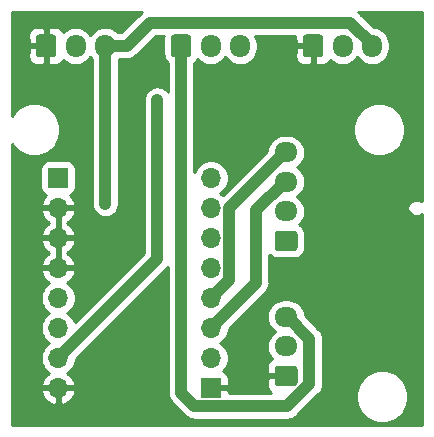
<source format=gbr>
G04 #@! TF.GenerationSoftware,KiCad,Pcbnew,(5.1.12)-1*
G04 #@! TF.CreationDate,2021-12-28T16:54:34-05:00*
G04 #@! TF.ProjectId,FlipDisplay-Motor,466c6970-4469-4737-906c-61792d4d6f74,rev?*
G04 #@! TF.SameCoordinates,Original*
G04 #@! TF.FileFunction,Copper,L2,Bot*
G04 #@! TF.FilePolarity,Positive*
%FSLAX46Y46*%
G04 Gerber Fmt 4.6, Leading zero omitted, Abs format (unit mm)*
G04 Created by KiCad (PCBNEW (5.1.12)-1) date 2021-12-28 16:54:34*
%MOMM*%
%LPD*%
G01*
G04 APERTURE LIST*
G04 #@! TA.AperFunction,ComponentPad*
%ADD10O,1.700000X1.950000*%
G04 #@! TD*
G04 #@! TA.AperFunction,ComponentPad*
%ADD11O,1.700000X1.700000*%
G04 #@! TD*
G04 #@! TA.AperFunction,ComponentPad*
%ADD12R,1.700000X1.700000*%
G04 #@! TD*
G04 #@! TA.AperFunction,ComponentPad*
%ADD13O,1.950000X1.700000*%
G04 #@! TD*
G04 #@! TA.AperFunction,ViaPad*
%ADD14C,0.800000*%
G04 #@! TD*
G04 #@! TA.AperFunction,Conductor*
%ADD15C,1.000000*%
G04 #@! TD*
G04 #@! TA.AperFunction,Conductor*
%ADD16C,0.254000*%
G04 #@! TD*
G04 #@! TA.AperFunction,Conductor*
%ADD17C,0.100000*%
G04 #@! TD*
G04 APERTURE END LIST*
D10*
X148510000Y-67818000D03*
X146010000Y-67818000D03*
G04 #@! TA.AperFunction,ComponentPad*
G36*
G01*
X142660000Y-68543000D02*
X142660000Y-67093000D01*
G75*
G02*
X142910000Y-66843000I250000J0D01*
G01*
X144110000Y-66843000D01*
G75*
G02*
X144360000Y-67093000I0J-250000D01*
G01*
X144360000Y-68543000D01*
G75*
G02*
X144110000Y-68793000I-250000J0D01*
G01*
X142910000Y-68793000D01*
G75*
G02*
X142660000Y-68543000I0J250000D01*
G01*
G37*
G04 #@! TD.AperFunction*
X159686000Y-67818000D03*
X157186000Y-67818000D03*
G04 #@! TA.AperFunction,ComponentPad*
G36*
G01*
X153836000Y-68543000D02*
X153836000Y-67093000D01*
G75*
G02*
X154086000Y-66843000I250000J0D01*
G01*
X155286000Y-66843000D01*
G75*
G02*
X155536000Y-67093000I0J-250000D01*
G01*
X155536000Y-68543000D01*
G75*
G02*
X155286000Y-68793000I-250000J0D01*
G01*
X154086000Y-68793000D01*
G75*
G02*
X153836000Y-68543000I0J250000D01*
G01*
G37*
G04 #@! TD.AperFunction*
X137080000Y-67818000D03*
X134580000Y-67818000D03*
G04 #@! TA.AperFunction,ComponentPad*
G36*
G01*
X131230000Y-68543000D02*
X131230000Y-67093000D01*
G75*
G02*
X131480000Y-66843000I250000J0D01*
G01*
X132680000Y-66843000D01*
G75*
G02*
X132930000Y-67093000I0J-250000D01*
G01*
X132930000Y-68543000D01*
G75*
G02*
X132680000Y-68793000I-250000J0D01*
G01*
X131480000Y-68793000D01*
G75*
G02*
X131230000Y-68543000I0J250000D01*
G01*
G37*
G04 #@! TD.AperFunction*
D11*
X146050000Y-78994000D03*
X146050000Y-81534000D03*
X146050000Y-84074000D03*
X146050000Y-86614000D03*
X146050000Y-89154000D03*
X146050000Y-91694000D03*
X146050000Y-94234000D03*
D12*
X146050000Y-96774000D03*
D13*
X152400000Y-76828000D03*
X152400000Y-79328000D03*
X152400000Y-81828000D03*
G04 #@! TA.AperFunction,ComponentPad*
G36*
G01*
X153125000Y-85178000D02*
X151675000Y-85178000D01*
G75*
G02*
X151425000Y-84928000I0J250000D01*
G01*
X151425000Y-83728000D01*
G75*
G02*
X151675000Y-83478000I250000J0D01*
G01*
X153125000Y-83478000D01*
G75*
G02*
X153375000Y-83728000I0J-250000D01*
G01*
X153375000Y-84928000D01*
G75*
G02*
X153125000Y-85178000I-250000J0D01*
G01*
G37*
G04 #@! TD.AperFunction*
D11*
X133096000Y-96774000D03*
X133096000Y-94234000D03*
X133096000Y-91694000D03*
X133096000Y-89154000D03*
X133096000Y-86614000D03*
X133096000Y-84074000D03*
X133096000Y-81534000D03*
D12*
X133096000Y-78994000D03*
D13*
X152400000Y-90758000D03*
X152400000Y-93258000D03*
G04 #@! TA.AperFunction,ComponentPad*
G36*
G01*
X153125000Y-96608000D02*
X151675000Y-96608000D01*
G75*
G02*
X151425000Y-96358000I0J250000D01*
G01*
X151425000Y-95158000D01*
G75*
G02*
X151675000Y-94908000I250000J0D01*
G01*
X153125000Y-94908000D01*
G75*
G02*
X153375000Y-95158000I0J-250000D01*
G01*
X153375000Y-96358000D01*
G75*
G02*
X153125000Y-96608000I-250000J0D01*
G01*
G37*
G04 #@! TD.AperFunction*
D14*
X141478000Y-72390000D03*
X137160000Y-81280000D03*
D15*
X133096000Y-94234000D02*
X141478000Y-85852000D01*
X141478000Y-85852000D02*
X141478000Y-72390000D01*
X141478000Y-72390000D02*
X141478000Y-72390000D01*
X154375000Y-92608000D02*
X152525000Y-90758000D01*
X152502519Y-98324001D02*
X154375000Y-96451520D01*
X144639999Y-98324001D02*
X152502519Y-98324001D01*
X154375000Y-96451520D02*
X154375000Y-92608000D01*
X143510000Y-97194002D02*
X144639999Y-98324001D01*
X152525000Y-90758000D02*
X152400000Y-90758000D01*
X143510000Y-67818000D02*
X143510000Y-97194002D01*
X137080000Y-67818000D02*
X137080000Y-78058000D01*
X159686000Y-67693000D02*
X159686000Y-67818000D01*
X157836000Y-65843000D02*
X159686000Y-67693000D01*
X140905000Y-65843000D02*
X157836000Y-65843000D01*
X138930000Y-67818000D02*
X140905000Y-65843000D01*
X137080000Y-67818000D02*
X138930000Y-67818000D01*
X137080000Y-78058000D02*
X137080000Y-81200000D01*
X147600001Y-81502999D02*
X152275000Y-76828000D01*
X147600001Y-87603999D02*
X147600001Y-81502999D01*
X152275000Y-76828000D02*
X152400000Y-76828000D01*
X146050000Y-89154000D02*
X147600001Y-87603999D01*
X146050000Y-91694000D02*
X149860000Y-87884000D01*
X152275000Y-79328000D02*
X152400000Y-79328000D01*
X149860000Y-81743000D02*
X152275000Y-79328000D01*
X149860000Y-87884000D02*
X149860000Y-81743000D01*
X157400000Y-67818000D02*
X157217045Y-67818000D01*
D16*
X140098551Y-65036551D02*
X140063009Y-65079859D01*
X138459869Y-66683000D01*
X138172175Y-66683000D01*
X138135134Y-66637866D01*
X137909013Y-66452294D01*
X137651033Y-66314401D01*
X137371110Y-66229487D01*
X137080000Y-66200815D01*
X136788889Y-66229487D01*
X136508966Y-66314401D01*
X136250986Y-66452294D01*
X136024866Y-66637866D01*
X135839294Y-66863987D01*
X135830000Y-66881374D01*
X135820706Y-66863986D01*
X135635134Y-66637866D01*
X135409013Y-66452294D01*
X135151033Y-66314401D01*
X134871110Y-66229487D01*
X134580000Y-66200815D01*
X134288889Y-66229487D01*
X134008966Y-66314401D01*
X133750986Y-66452294D01*
X133530055Y-66633608D01*
X133519502Y-66598820D01*
X133460537Y-66488506D01*
X133381185Y-66391815D01*
X133284494Y-66312463D01*
X133174180Y-66253498D01*
X133054482Y-66217188D01*
X132930000Y-66204928D01*
X132365750Y-66208000D01*
X132207000Y-66366750D01*
X132207000Y-67691000D01*
X132227000Y-67691000D01*
X132227000Y-67945000D01*
X132207000Y-67945000D01*
X132207000Y-69269250D01*
X132365750Y-69428000D01*
X132930000Y-69431072D01*
X133054482Y-69418812D01*
X133174180Y-69382502D01*
X133284494Y-69323537D01*
X133381185Y-69244185D01*
X133460537Y-69147494D01*
X133519502Y-69037180D01*
X133530055Y-69002392D01*
X133750987Y-69183706D01*
X134008967Y-69321599D01*
X134288890Y-69406513D01*
X134580000Y-69435185D01*
X134871111Y-69406513D01*
X135151034Y-69321599D01*
X135409014Y-69183706D01*
X135635134Y-68998134D01*
X135820706Y-68772014D01*
X135830000Y-68754626D01*
X135839294Y-68772014D01*
X135945000Y-68900817D01*
X135945001Y-78002239D01*
X135945000Y-78002249D01*
X135945001Y-81255752D01*
X135961424Y-81422499D01*
X136026325Y-81636447D01*
X136131717Y-81833623D01*
X136273552Y-82006449D01*
X136446378Y-82148284D01*
X136643554Y-82253676D01*
X136857502Y-82318577D01*
X137080000Y-82340491D01*
X137302499Y-82318577D01*
X137413998Y-82284754D01*
X137461898Y-82275226D01*
X137507020Y-82256536D01*
X137516447Y-82253676D01*
X137525135Y-82249032D01*
X137650256Y-82197205D01*
X137819774Y-82083937D01*
X137963937Y-81939774D01*
X138077205Y-81770256D01*
X138129032Y-81645135D01*
X138133676Y-81636447D01*
X138136536Y-81627020D01*
X138155226Y-81581898D01*
X138164754Y-81533998D01*
X138198577Y-81422499D01*
X138215000Y-81255752D01*
X138215000Y-68953000D01*
X138874249Y-68953000D01*
X138930000Y-68958491D01*
X138985751Y-68953000D01*
X138985752Y-68953000D01*
X139152499Y-68936577D01*
X139366447Y-68871676D01*
X139563623Y-68766284D01*
X139736449Y-68624449D01*
X139771996Y-68581135D01*
X141375132Y-66978000D01*
X142033254Y-66978000D01*
X142021928Y-67093000D01*
X142021928Y-68543000D01*
X142038992Y-68716254D01*
X142089528Y-68882850D01*
X142171595Y-69036386D01*
X142282038Y-69170962D01*
X142375000Y-69247254D01*
X142375000Y-71693888D01*
X142284449Y-71583551D01*
X142111623Y-71441716D01*
X141914447Y-71336324D01*
X141700499Y-71271423D01*
X141533752Y-71255000D01*
X141478000Y-71249509D01*
X141422249Y-71255000D01*
X141422248Y-71255000D01*
X141255501Y-71271423D01*
X141041553Y-71336324D01*
X140844377Y-71441716D01*
X140671551Y-71583551D01*
X140529716Y-71756377D01*
X140424324Y-71953553D01*
X140359423Y-72167501D01*
X140337509Y-72390000D01*
X140343001Y-72445762D01*
X140343000Y-85381868D01*
X134506386Y-91218483D01*
X134411990Y-90990589D01*
X134249475Y-90747368D01*
X134042632Y-90540525D01*
X133868240Y-90424000D01*
X134042632Y-90307475D01*
X134249475Y-90100632D01*
X134411990Y-89857411D01*
X134523932Y-89587158D01*
X134581000Y-89300260D01*
X134581000Y-89007740D01*
X134523932Y-88720842D01*
X134411990Y-88450589D01*
X134249475Y-88207368D01*
X134042632Y-88000525D01*
X133860466Y-87878805D01*
X133977355Y-87809178D01*
X134193588Y-87614269D01*
X134367641Y-87380920D01*
X134492825Y-87118099D01*
X134537476Y-86970890D01*
X134416155Y-86741000D01*
X133223000Y-86741000D01*
X133223000Y-86761000D01*
X132969000Y-86761000D01*
X132969000Y-86741000D01*
X131775845Y-86741000D01*
X131654524Y-86970890D01*
X131699175Y-87118099D01*
X131824359Y-87380920D01*
X131998412Y-87614269D01*
X132214645Y-87809178D01*
X132331534Y-87878805D01*
X132149368Y-88000525D01*
X131942525Y-88207368D01*
X131780010Y-88450589D01*
X131668068Y-88720842D01*
X131611000Y-89007740D01*
X131611000Y-89300260D01*
X131668068Y-89587158D01*
X131780010Y-89857411D01*
X131942525Y-90100632D01*
X132149368Y-90307475D01*
X132323760Y-90424000D01*
X132149368Y-90540525D01*
X131942525Y-90747368D01*
X131780010Y-90990589D01*
X131668068Y-91260842D01*
X131611000Y-91547740D01*
X131611000Y-91840260D01*
X131668068Y-92127158D01*
X131780010Y-92397411D01*
X131942525Y-92640632D01*
X132149368Y-92847475D01*
X132323760Y-92964000D01*
X132149368Y-93080525D01*
X131942525Y-93287368D01*
X131780010Y-93530589D01*
X131668068Y-93800842D01*
X131611000Y-94087740D01*
X131611000Y-94380260D01*
X131668068Y-94667158D01*
X131780010Y-94937411D01*
X131942525Y-95180632D01*
X132149368Y-95387475D01*
X132331534Y-95509195D01*
X132214645Y-95578822D01*
X131998412Y-95773731D01*
X131824359Y-96007080D01*
X131699175Y-96269901D01*
X131654524Y-96417110D01*
X131775845Y-96647000D01*
X132969000Y-96647000D01*
X132969000Y-96627000D01*
X133223000Y-96627000D01*
X133223000Y-96647000D01*
X134416155Y-96647000D01*
X134537476Y-96417110D01*
X134492825Y-96269901D01*
X134367641Y-96007080D01*
X134193588Y-95773731D01*
X133977355Y-95578822D01*
X133860466Y-95509195D01*
X134042632Y-95387475D01*
X134249475Y-95180632D01*
X134411990Y-94937411D01*
X134523932Y-94667158D01*
X134581000Y-94380260D01*
X134581000Y-94354131D01*
X142241141Y-86693991D01*
X142284449Y-86658449D01*
X142375001Y-86548112D01*
X142375001Y-97138240D01*
X142369509Y-97194002D01*
X142391423Y-97416500D01*
X142456324Y-97630448D01*
X142456325Y-97630449D01*
X142561717Y-97827625D01*
X142703552Y-98000451D01*
X142746860Y-98035993D01*
X143798007Y-99087141D01*
X143833550Y-99130450D01*
X144006376Y-99272285D01*
X144203552Y-99377677D01*
X144417500Y-99442578D01*
X144639999Y-99464492D01*
X144695750Y-99459001D01*
X152446768Y-99459001D01*
X152502519Y-99464492D01*
X152558270Y-99459001D01*
X152558271Y-99459001D01*
X152725018Y-99442578D01*
X152938966Y-99377677D01*
X153136142Y-99272285D01*
X153308968Y-99130450D01*
X153344515Y-99087136D01*
X155115779Y-97315872D01*
X158293000Y-97315872D01*
X158293000Y-97756128D01*
X158378890Y-98187925D01*
X158547369Y-98594669D01*
X158791962Y-98960729D01*
X159103271Y-99272038D01*
X159469331Y-99516631D01*
X159876075Y-99685110D01*
X160307872Y-99771000D01*
X160748128Y-99771000D01*
X161179925Y-99685110D01*
X161586669Y-99516631D01*
X161952729Y-99272038D01*
X162264038Y-98960729D01*
X162508631Y-98594669D01*
X162677110Y-98187925D01*
X162763000Y-97756128D01*
X162763000Y-97315872D01*
X162677110Y-96884075D01*
X162508631Y-96477331D01*
X162264038Y-96111271D01*
X161952729Y-95799962D01*
X161586669Y-95555369D01*
X161179925Y-95386890D01*
X160748128Y-95301000D01*
X160307872Y-95301000D01*
X159876075Y-95386890D01*
X159469331Y-95555369D01*
X159103271Y-95799962D01*
X158791962Y-96111271D01*
X158547369Y-96477331D01*
X158378890Y-96884075D01*
X158293000Y-97315872D01*
X155115779Y-97315872D01*
X155138141Y-97293511D01*
X155181449Y-97257969D01*
X155323284Y-97085143D01*
X155428676Y-96887967D01*
X155493577Y-96674019D01*
X155510000Y-96507272D01*
X155510000Y-96507271D01*
X155515491Y-96451521D01*
X155510000Y-96395769D01*
X155510000Y-92663751D01*
X155515491Y-92607999D01*
X155493577Y-92385501D01*
X155428676Y-92171553D01*
X155406704Y-92130446D01*
X155323284Y-91974377D01*
X155181449Y-91801551D01*
X155138140Y-91766009D01*
X154004845Y-90632714D01*
X153988513Y-90466889D01*
X153903599Y-90186966D01*
X153765706Y-89928986D01*
X153580134Y-89702866D01*
X153354014Y-89517294D01*
X153096034Y-89379401D01*
X152816111Y-89294487D01*
X152597950Y-89273000D01*
X152202050Y-89273000D01*
X151983889Y-89294487D01*
X151703966Y-89379401D01*
X151445986Y-89517294D01*
X151219866Y-89702866D01*
X151034294Y-89928986D01*
X150896401Y-90186966D01*
X150811487Y-90466889D01*
X150782815Y-90758000D01*
X150811487Y-91049111D01*
X150896401Y-91329034D01*
X151034294Y-91587014D01*
X151219866Y-91813134D01*
X151445986Y-91998706D01*
X151463374Y-92008000D01*
X151445986Y-92017294D01*
X151219866Y-92202866D01*
X151034294Y-92428986D01*
X150896401Y-92686966D01*
X150811487Y-92966889D01*
X150782815Y-93258000D01*
X150811487Y-93549111D01*
X150896401Y-93829034D01*
X151034294Y-94087014D01*
X151215608Y-94307945D01*
X151180820Y-94318498D01*
X151070506Y-94377463D01*
X150973815Y-94456815D01*
X150894463Y-94553506D01*
X150835498Y-94663820D01*
X150799188Y-94783518D01*
X150786928Y-94908000D01*
X150790000Y-95472250D01*
X150948750Y-95631000D01*
X152273000Y-95631000D01*
X152273000Y-95611000D01*
X152527000Y-95611000D01*
X152527000Y-95631000D01*
X152547000Y-95631000D01*
X152547000Y-95885000D01*
X152527000Y-95885000D01*
X152527000Y-95905000D01*
X152273000Y-95905000D01*
X152273000Y-95885000D01*
X150948750Y-95885000D01*
X150790000Y-96043750D01*
X150786928Y-96608000D01*
X150799188Y-96732482D01*
X150835498Y-96852180D01*
X150894463Y-96962494D01*
X150973815Y-97059185D01*
X151070506Y-97138537D01*
X151164916Y-97189001D01*
X147535704Y-97189001D01*
X147535000Y-97059750D01*
X147376250Y-96901000D01*
X146177000Y-96901000D01*
X146177000Y-96921000D01*
X145923000Y-96921000D01*
X145923000Y-96901000D01*
X145903000Y-96901000D01*
X145903000Y-96647000D01*
X145923000Y-96647000D01*
X145923000Y-96627000D01*
X146177000Y-96627000D01*
X146177000Y-96647000D01*
X147376250Y-96647000D01*
X147535000Y-96488250D01*
X147538072Y-95924000D01*
X147525812Y-95799518D01*
X147489502Y-95679820D01*
X147430537Y-95569506D01*
X147351185Y-95472815D01*
X147254494Y-95393463D01*
X147144180Y-95334498D01*
X147071620Y-95312487D01*
X147203475Y-95180632D01*
X147365990Y-94937411D01*
X147477932Y-94667158D01*
X147535000Y-94380260D01*
X147535000Y-94087740D01*
X147477932Y-93800842D01*
X147365990Y-93530589D01*
X147203475Y-93287368D01*
X146996632Y-93080525D01*
X146822240Y-92964000D01*
X146996632Y-92847475D01*
X147203475Y-92640632D01*
X147365990Y-92397411D01*
X147477932Y-92127158D01*
X147535000Y-91840260D01*
X147535000Y-91814131D01*
X150623146Y-88725987D01*
X150666449Y-88690449D01*
X150808284Y-88517623D01*
X150913676Y-88320447D01*
X150978577Y-88106499D01*
X150995000Y-87939752D01*
X150995000Y-87939751D01*
X151000491Y-87884000D01*
X150995000Y-87828248D01*
X150995000Y-85492553D01*
X151047038Y-85555962D01*
X151181614Y-85666405D01*
X151335150Y-85748472D01*
X151501746Y-85799008D01*
X151675000Y-85816072D01*
X153125000Y-85816072D01*
X153298254Y-85799008D01*
X153464850Y-85748472D01*
X153618386Y-85666405D01*
X153752962Y-85555962D01*
X153863405Y-85421386D01*
X153945472Y-85267850D01*
X153996008Y-85101254D01*
X154013072Y-84928000D01*
X154013072Y-83728000D01*
X153996008Y-83554746D01*
X153945472Y-83388150D01*
X153863405Y-83234614D01*
X153752962Y-83100038D01*
X153618386Y-82989595D01*
X153516663Y-82935223D01*
X153580134Y-82883134D01*
X153765706Y-82657014D01*
X153903599Y-82399034D01*
X153988513Y-82119111D01*
X154017185Y-81828000D01*
X153988513Y-81536889D01*
X153903599Y-81256966D01*
X153765706Y-80998986D01*
X153580134Y-80772866D01*
X153354014Y-80587294D01*
X153336626Y-80578000D01*
X153354014Y-80568706D01*
X153580134Y-80383134D01*
X153765706Y-80157014D01*
X153903599Y-79899034D01*
X153988513Y-79619111D01*
X154017185Y-79328000D01*
X153988513Y-79036889D01*
X153903599Y-78756966D01*
X153765706Y-78498986D01*
X153580134Y-78272866D01*
X153354014Y-78087294D01*
X153336626Y-78078000D01*
X153354014Y-78068706D01*
X153580134Y-77883134D01*
X153765706Y-77657014D01*
X153903599Y-77399034D01*
X153988513Y-77119111D01*
X154017185Y-76828000D01*
X153988513Y-76536889D01*
X153903599Y-76256966D01*
X153765706Y-75998986D01*
X153580134Y-75772866D01*
X153354014Y-75587294D01*
X153096034Y-75449401D01*
X152816111Y-75364487D01*
X152597950Y-75343000D01*
X152202050Y-75343000D01*
X151983889Y-75364487D01*
X151703966Y-75449401D01*
X151445986Y-75587294D01*
X151219866Y-75772866D01*
X151034294Y-75998986D01*
X150896401Y-76256966D01*
X150811487Y-76536889D01*
X150795155Y-76702713D01*
X147051106Y-80446763D01*
X146931355Y-80338822D01*
X146814466Y-80269195D01*
X146996632Y-80147475D01*
X147203475Y-79940632D01*
X147365990Y-79697411D01*
X147477932Y-79427158D01*
X147535000Y-79140260D01*
X147535000Y-78847740D01*
X147477932Y-78560842D01*
X147365990Y-78290589D01*
X147203475Y-78047368D01*
X146996632Y-77840525D01*
X146753411Y-77678010D01*
X146483158Y-77566068D01*
X146196260Y-77509000D01*
X145903740Y-77509000D01*
X145616842Y-77566068D01*
X145346589Y-77678010D01*
X145103368Y-77840525D01*
X144896525Y-78047368D01*
X144734010Y-78290589D01*
X144645000Y-78505479D01*
X144645000Y-74709872D01*
X158039000Y-74709872D01*
X158039000Y-75150128D01*
X158124890Y-75581925D01*
X158293369Y-75988669D01*
X158537962Y-76354729D01*
X158849271Y-76666038D01*
X159215331Y-76910631D01*
X159622075Y-77079110D01*
X160053872Y-77165000D01*
X160494128Y-77165000D01*
X160925925Y-77079110D01*
X161332669Y-76910631D01*
X161698729Y-76666038D01*
X162010038Y-76354729D01*
X162254631Y-75988669D01*
X162423110Y-75581925D01*
X162509000Y-75150128D01*
X162509000Y-74709872D01*
X162423110Y-74278075D01*
X162254631Y-73871331D01*
X162010038Y-73505271D01*
X161698729Y-73193962D01*
X161332669Y-72949369D01*
X160925925Y-72780890D01*
X160494128Y-72695000D01*
X160053872Y-72695000D01*
X159622075Y-72780890D01*
X159215331Y-72949369D01*
X158849271Y-73193962D01*
X158537962Y-73505271D01*
X158293369Y-73871331D01*
X158124890Y-74278075D01*
X158039000Y-74709872D01*
X144645000Y-74709872D01*
X144645000Y-69247253D01*
X144737962Y-69170962D01*
X144848405Y-69036386D01*
X144902777Y-68934663D01*
X144954866Y-68998134D01*
X145180987Y-69183706D01*
X145438967Y-69321599D01*
X145718890Y-69406513D01*
X146010000Y-69435185D01*
X146301111Y-69406513D01*
X146581034Y-69321599D01*
X146839014Y-69183706D01*
X147065134Y-68998134D01*
X147250706Y-68772014D01*
X147260000Y-68754626D01*
X147269294Y-68772014D01*
X147454866Y-68998134D01*
X147680987Y-69183706D01*
X147938967Y-69321599D01*
X148218890Y-69406513D01*
X148510000Y-69435185D01*
X148801111Y-69406513D01*
X149081034Y-69321599D01*
X149339014Y-69183706D01*
X149565134Y-68998134D01*
X149733483Y-68793000D01*
X153197928Y-68793000D01*
X153210188Y-68917482D01*
X153246498Y-69037180D01*
X153305463Y-69147494D01*
X153384815Y-69244185D01*
X153481506Y-69323537D01*
X153591820Y-69382502D01*
X153711518Y-69418812D01*
X153836000Y-69431072D01*
X154400250Y-69428000D01*
X154559000Y-69269250D01*
X154559000Y-67945000D01*
X153359750Y-67945000D01*
X153201000Y-68103750D01*
X153197928Y-68793000D01*
X149733483Y-68793000D01*
X149750706Y-68772014D01*
X149888599Y-68514033D01*
X149973513Y-68234110D01*
X149995000Y-68015949D01*
X149995000Y-67620050D01*
X149973513Y-67401889D01*
X149888599Y-67121966D01*
X149811648Y-66978000D01*
X153198530Y-66978000D01*
X153201000Y-67532250D01*
X153359750Y-67691000D01*
X154559000Y-67691000D01*
X154559000Y-67671000D01*
X154813000Y-67671000D01*
X154813000Y-67691000D01*
X154833000Y-67691000D01*
X154833000Y-67945000D01*
X154813000Y-67945000D01*
X154813000Y-69269250D01*
X154971750Y-69428000D01*
X155536000Y-69431072D01*
X155660482Y-69418812D01*
X155780180Y-69382502D01*
X155890494Y-69323537D01*
X155987185Y-69244185D01*
X156066537Y-69147494D01*
X156125502Y-69037180D01*
X156136055Y-69002392D01*
X156356987Y-69183706D01*
X156614967Y-69321599D01*
X156894890Y-69406513D01*
X157186000Y-69435185D01*
X157477111Y-69406513D01*
X157757034Y-69321599D01*
X158015014Y-69183706D01*
X158241134Y-68998134D01*
X158426706Y-68772014D01*
X158436000Y-68754626D01*
X158445294Y-68772014D01*
X158630866Y-68998134D01*
X158856987Y-69183706D01*
X159114967Y-69321599D01*
X159394890Y-69406513D01*
X159686000Y-69435185D01*
X159977111Y-69406513D01*
X160257034Y-69321599D01*
X160515014Y-69183706D01*
X160741134Y-68998134D01*
X160926706Y-68772014D01*
X161064599Y-68514033D01*
X161149513Y-68234110D01*
X161171000Y-68015949D01*
X161171000Y-67620050D01*
X161149513Y-67401889D01*
X161064599Y-67121966D01*
X160926706Y-66863986D01*
X160741134Y-66637866D01*
X160515013Y-66452294D01*
X160257033Y-66314401D01*
X159977110Y-66229487D01*
X159811286Y-66213155D01*
X158677996Y-65079865D01*
X158642449Y-65036551D01*
X158502869Y-64922000D01*
X163932000Y-64922000D01*
X163932000Y-80975921D01*
X163829793Y-80921290D01*
X163705383Y-80883550D01*
X163608419Y-80874000D01*
X163289581Y-80874000D01*
X163192617Y-80883550D01*
X163068207Y-80921290D01*
X162953550Y-80982575D01*
X162853052Y-81065052D01*
X162770575Y-81165550D01*
X162709290Y-81280207D01*
X162671550Y-81404617D01*
X162658807Y-81534000D01*
X162671550Y-81663383D01*
X162709290Y-81787793D01*
X162770575Y-81902450D01*
X162853052Y-82002948D01*
X162953550Y-82085425D01*
X163068207Y-82146710D01*
X163192617Y-82184450D01*
X163289581Y-82194000D01*
X163608419Y-82194000D01*
X163705383Y-82184450D01*
X163829793Y-82146710D01*
X163932000Y-82092079D01*
X163932001Y-99924000D01*
X129184000Y-99924000D01*
X129184000Y-97130890D01*
X131654524Y-97130890D01*
X131699175Y-97278099D01*
X131824359Y-97540920D01*
X131998412Y-97774269D01*
X132214645Y-97969178D01*
X132464748Y-98118157D01*
X132739109Y-98215481D01*
X132969000Y-98094814D01*
X132969000Y-96901000D01*
X133223000Y-96901000D01*
X133223000Y-98094814D01*
X133452891Y-98215481D01*
X133727252Y-98118157D01*
X133977355Y-97969178D01*
X134193588Y-97774269D01*
X134367641Y-97540920D01*
X134492825Y-97278099D01*
X134537476Y-97130890D01*
X134416155Y-96901000D01*
X133223000Y-96901000D01*
X132969000Y-96901000D01*
X131775845Y-96901000D01*
X131654524Y-97130890D01*
X129184000Y-97130890D01*
X129184000Y-84430890D01*
X131654524Y-84430890D01*
X131699175Y-84578099D01*
X131824359Y-84840920D01*
X131998412Y-85074269D01*
X132214645Y-85269178D01*
X132340255Y-85344000D01*
X132214645Y-85418822D01*
X131998412Y-85613731D01*
X131824359Y-85847080D01*
X131699175Y-86109901D01*
X131654524Y-86257110D01*
X131775845Y-86487000D01*
X132969000Y-86487000D01*
X132969000Y-84201000D01*
X133223000Y-84201000D01*
X133223000Y-86487000D01*
X134416155Y-86487000D01*
X134537476Y-86257110D01*
X134492825Y-86109901D01*
X134367641Y-85847080D01*
X134193588Y-85613731D01*
X133977355Y-85418822D01*
X133851745Y-85344000D01*
X133977355Y-85269178D01*
X134193588Y-85074269D01*
X134367641Y-84840920D01*
X134492825Y-84578099D01*
X134537476Y-84430890D01*
X134416155Y-84201000D01*
X133223000Y-84201000D01*
X132969000Y-84201000D01*
X131775845Y-84201000D01*
X131654524Y-84430890D01*
X129184000Y-84430890D01*
X129184000Y-81890890D01*
X131654524Y-81890890D01*
X131699175Y-82038099D01*
X131824359Y-82300920D01*
X131998412Y-82534269D01*
X132214645Y-82729178D01*
X132340255Y-82804000D01*
X132214645Y-82878822D01*
X131998412Y-83073731D01*
X131824359Y-83307080D01*
X131699175Y-83569901D01*
X131654524Y-83717110D01*
X131775845Y-83947000D01*
X132969000Y-83947000D01*
X132969000Y-81661000D01*
X133223000Y-81661000D01*
X133223000Y-83947000D01*
X134416155Y-83947000D01*
X134537476Y-83717110D01*
X134492825Y-83569901D01*
X134367641Y-83307080D01*
X134193588Y-83073731D01*
X133977355Y-82878822D01*
X133851745Y-82804000D01*
X133977355Y-82729178D01*
X134193588Y-82534269D01*
X134367641Y-82300920D01*
X134492825Y-82038099D01*
X134537476Y-81890890D01*
X134416155Y-81661000D01*
X133223000Y-81661000D01*
X132969000Y-81661000D01*
X131775845Y-81661000D01*
X131654524Y-81890890D01*
X129184000Y-81890890D01*
X129184000Y-78144000D01*
X131607928Y-78144000D01*
X131607928Y-79844000D01*
X131620188Y-79968482D01*
X131656498Y-80088180D01*
X131715463Y-80198494D01*
X131794815Y-80295185D01*
X131891506Y-80374537D01*
X132001820Y-80433502D01*
X132082466Y-80457966D01*
X131998412Y-80533731D01*
X131824359Y-80767080D01*
X131699175Y-81029901D01*
X131654524Y-81177110D01*
X131775845Y-81407000D01*
X132969000Y-81407000D01*
X132969000Y-81387000D01*
X133223000Y-81387000D01*
X133223000Y-81407000D01*
X134416155Y-81407000D01*
X134537476Y-81177110D01*
X134492825Y-81029901D01*
X134367641Y-80767080D01*
X134193588Y-80533731D01*
X134109534Y-80457966D01*
X134190180Y-80433502D01*
X134300494Y-80374537D01*
X134397185Y-80295185D01*
X134476537Y-80198494D01*
X134535502Y-80088180D01*
X134571812Y-79968482D01*
X134584072Y-79844000D01*
X134584072Y-78144000D01*
X134571812Y-78019518D01*
X134535502Y-77899820D01*
X134476537Y-77789506D01*
X134397185Y-77692815D01*
X134300494Y-77613463D01*
X134190180Y-77554498D01*
X134070482Y-77518188D01*
X133946000Y-77505928D01*
X132246000Y-77505928D01*
X132121518Y-77518188D01*
X132001820Y-77554498D01*
X131891506Y-77613463D01*
X131794815Y-77692815D01*
X131715463Y-77789506D01*
X131656498Y-77899820D01*
X131620188Y-78019518D01*
X131607928Y-78144000D01*
X129184000Y-78144000D01*
X129184000Y-76139274D01*
X129327962Y-76354729D01*
X129639271Y-76666038D01*
X130005331Y-76910631D01*
X130412075Y-77079110D01*
X130843872Y-77165000D01*
X131284128Y-77165000D01*
X131715925Y-77079110D01*
X132122669Y-76910631D01*
X132488729Y-76666038D01*
X132800038Y-76354729D01*
X133044631Y-75988669D01*
X133213110Y-75581925D01*
X133299000Y-75150128D01*
X133299000Y-74709872D01*
X133213110Y-74278075D01*
X133044631Y-73871331D01*
X132800038Y-73505271D01*
X132488729Y-73193962D01*
X132122669Y-72949369D01*
X131715925Y-72780890D01*
X131284128Y-72695000D01*
X130843872Y-72695000D01*
X130412075Y-72780890D01*
X130005331Y-72949369D01*
X129639271Y-73193962D01*
X129327962Y-73505271D01*
X129184000Y-73720726D01*
X129184000Y-68793000D01*
X130591928Y-68793000D01*
X130604188Y-68917482D01*
X130640498Y-69037180D01*
X130699463Y-69147494D01*
X130778815Y-69244185D01*
X130875506Y-69323537D01*
X130985820Y-69382502D01*
X131105518Y-69418812D01*
X131230000Y-69431072D01*
X131794250Y-69428000D01*
X131953000Y-69269250D01*
X131953000Y-67945000D01*
X130753750Y-67945000D01*
X130595000Y-68103750D01*
X130591928Y-68793000D01*
X129184000Y-68793000D01*
X129184000Y-66843000D01*
X130591928Y-66843000D01*
X130595000Y-67532250D01*
X130753750Y-67691000D01*
X131953000Y-67691000D01*
X131953000Y-66366750D01*
X131794250Y-66208000D01*
X131230000Y-66204928D01*
X131105518Y-66217188D01*
X130985820Y-66253498D01*
X130875506Y-66312463D01*
X130778815Y-66391815D01*
X130699463Y-66488506D01*
X130640498Y-66598820D01*
X130604188Y-66718518D01*
X130591928Y-66843000D01*
X129184000Y-66843000D01*
X129184000Y-64922000D01*
X140238131Y-64922000D01*
X140098551Y-65036551D01*
G04 #@! TA.AperFunction,Conductor*
D17*
G36*
X140098551Y-65036551D02*
G01*
X140063009Y-65079859D01*
X138459869Y-66683000D01*
X138172175Y-66683000D01*
X138135134Y-66637866D01*
X137909013Y-66452294D01*
X137651033Y-66314401D01*
X137371110Y-66229487D01*
X137080000Y-66200815D01*
X136788889Y-66229487D01*
X136508966Y-66314401D01*
X136250986Y-66452294D01*
X136024866Y-66637866D01*
X135839294Y-66863987D01*
X135830000Y-66881374D01*
X135820706Y-66863986D01*
X135635134Y-66637866D01*
X135409013Y-66452294D01*
X135151033Y-66314401D01*
X134871110Y-66229487D01*
X134580000Y-66200815D01*
X134288889Y-66229487D01*
X134008966Y-66314401D01*
X133750986Y-66452294D01*
X133530055Y-66633608D01*
X133519502Y-66598820D01*
X133460537Y-66488506D01*
X133381185Y-66391815D01*
X133284494Y-66312463D01*
X133174180Y-66253498D01*
X133054482Y-66217188D01*
X132930000Y-66204928D01*
X132365750Y-66208000D01*
X132207000Y-66366750D01*
X132207000Y-67691000D01*
X132227000Y-67691000D01*
X132227000Y-67945000D01*
X132207000Y-67945000D01*
X132207000Y-69269250D01*
X132365750Y-69428000D01*
X132930000Y-69431072D01*
X133054482Y-69418812D01*
X133174180Y-69382502D01*
X133284494Y-69323537D01*
X133381185Y-69244185D01*
X133460537Y-69147494D01*
X133519502Y-69037180D01*
X133530055Y-69002392D01*
X133750987Y-69183706D01*
X134008967Y-69321599D01*
X134288890Y-69406513D01*
X134580000Y-69435185D01*
X134871111Y-69406513D01*
X135151034Y-69321599D01*
X135409014Y-69183706D01*
X135635134Y-68998134D01*
X135820706Y-68772014D01*
X135830000Y-68754626D01*
X135839294Y-68772014D01*
X135945000Y-68900817D01*
X135945001Y-78002239D01*
X135945000Y-78002249D01*
X135945001Y-81255752D01*
X135961424Y-81422499D01*
X136026325Y-81636447D01*
X136131717Y-81833623D01*
X136273552Y-82006449D01*
X136446378Y-82148284D01*
X136643554Y-82253676D01*
X136857502Y-82318577D01*
X137080000Y-82340491D01*
X137302499Y-82318577D01*
X137413998Y-82284754D01*
X137461898Y-82275226D01*
X137507020Y-82256536D01*
X137516447Y-82253676D01*
X137525135Y-82249032D01*
X137650256Y-82197205D01*
X137819774Y-82083937D01*
X137963937Y-81939774D01*
X138077205Y-81770256D01*
X138129032Y-81645135D01*
X138133676Y-81636447D01*
X138136536Y-81627020D01*
X138155226Y-81581898D01*
X138164754Y-81533998D01*
X138198577Y-81422499D01*
X138215000Y-81255752D01*
X138215000Y-68953000D01*
X138874249Y-68953000D01*
X138930000Y-68958491D01*
X138985751Y-68953000D01*
X138985752Y-68953000D01*
X139152499Y-68936577D01*
X139366447Y-68871676D01*
X139563623Y-68766284D01*
X139736449Y-68624449D01*
X139771996Y-68581135D01*
X141375132Y-66978000D01*
X142033254Y-66978000D01*
X142021928Y-67093000D01*
X142021928Y-68543000D01*
X142038992Y-68716254D01*
X142089528Y-68882850D01*
X142171595Y-69036386D01*
X142282038Y-69170962D01*
X142375000Y-69247254D01*
X142375000Y-71693888D01*
X142284449Y-71583551D01*
X142111623Y-71441716D01*
X141914447Y-71336324D01*
X141700499Y-71271423D01*
X141533752Y-71255000D01*
X141478000Y-71249509D01*
X141422249Y-71255000D01*
X141422248Y-71255000D01*
X141255501Y-71271423D01*
X141041553Y-71336324D01*
X140844377Y-71441716D01*
X140671551Y-71583551D01*
X140529716Y-71756377D01*
X140424324Y-71953553D01*
X140359423Y-72167501D01*
X140337509Y-72390000D01*
X140343001Y-72445762D01*
X140343000Y-85381868D01*
X134506386Y-91218483D01*
X134411990Y-90990589D01*
X134249475Y-90747368D01*
X134042632Y-90540525D01*
X133868240Y-90424000D01*
X134042632Y-90307475D01*
X134249475Y-90100632D01*
X134411990Y-89857411D01*
X134523932Y-89587158D01*
X134581000Y-89300260D01*
X134581000Y-89007740D01*
X134523932Y-88720842D01*
X134411990Y-88450589D01*
X134249475Y-88207368D01*
X134042632Y-88000525D01*
X133860466Y-87878805D01*
X133977355Y-87809178D01*
X134193588Y-87614269D01*
X134367641Y-87380920D01*
X134492825Y-87118099D01*
X134537476Y-86970890D01*
X134416155Y-86741000D01*
X133223000Y-86741000D01*
X133223000Y-86761000D01*
X132969000Y-86761000D01*
X132969000Y-86741000D01*
X131775845Y-86741000D01*
X131654524Y-86970890D01*
X131699175Y-87118099D01*
X131824359Y-87380920D01*
X131998412Y-87614269D01*
X132214645Y-87809178D01*
X132331534Y-87878805D01*
X132149368Y-88000525D01*
X131942525Y-88207368D01*
X131780010Y-88450589D01*
X131668068Y-88720842D01*
X131611000Y-89007740D01*
X131611000Y-89300260D01*
X131668068Y-89587158D01*
X131780010Y-89857411D01*
X131942525Y-90100632D01*
X132149368Y-90307475D01*
X132323760Y-90424000D01*
X132149368Y-90540525D01*
X131942525Y-90747368D01*
X131780010Y-90990589D01*
X131668068Y-91260842D01*
X131611000Y-91547740D01*
X131611000Y-91840260D01*
X131668068Y-92127158D01*
X131780010Y-92397411D01*
X131942525Y-92640632D01*
X132149368Y-92847475D01*
X132323760Y-92964000D01*
X132149368Y-93080525D01*
X131942525Y-93287368D01*
X131780010Y-93530589D01*
X131668068Y-93800842D01*
X131611000Y-94087740D01*
X131611000Y-94380260D01*
X131668068Y-94667158D01*
X131780010Y-94937411D01*
X131942525Y-95180632D01*
X132149368Y-95387475D01*
X132331534Y-95509195D01*
X132214645Y-95578822D01*
X131998412Y-95773731D01*
X131824359Y-96007080D01*
X131699175Y-96269901D01*
X131654524Y-96417110D01*
X131775845Y-96647000D01*
X132969000Y-96647000D01*
X132969000Y-96627000D01*
X133223000Y-96627000D01*
X133223000Y-96647000D01*
X134416155Y-96647000D01*
X134537476Y-96417110D01*
X134492825Y-96269901D01*
X134367641Y-96007080D01*
X134193588Y-95773731D01*
X133977355Y-95578822D01*
X133860466Y-95509195D01*
X134042632Y-95387475D01*
X134249475Y-95180632D01*
X134411990Y-94937411D01*
X134523932Y-94667158D01*
X134581000Y-94380260D01*
X134581000Y-94354131D01*
X142241141Y-86693991D01*
X142284449Y-86658449D01*
X142375001Y-86548112D01*
X142375001Y-97138240D01*
X142369509Y-97194002D01*
X142391423Y-97416500D01*
X142456324Y-97630448D01*
X142456325Y-97630449D01*
X142561717Y-97827625D01*
X142703552Y-98000451D01*
X142746860Y-98035993D01*
X143798007Y-99087141D01*
X143833550Y-99130450D01*
X144006376Y-99272285D01*
X144203552Y-99377677D01*
X144417500Y-99442578D01*
X144639999Y-99464492D01*
X144695750Y-99459001D01*
X152446768Y-99459001D01*
X152502519Y-99464492D01*
X152558270Y-99459001D01*
X152558271Y-99459001D01*
X152725018Y-99442578D01*
X152938966Y-99377677D01*
X153136142Y-99272285D01*
X153308968Y-99130450D01*
X153344515Y-99087136D01*
X155115779Y-97315872D01*
X158293000Y-97315872D01*
X158293000Y-97756128D01*
X158378890Y-98187925D01*
X158547369Y-98594669D01*
X158791962Y-98960729D01*
X159103271Y-99272038D01*
X159469331Y-99516631D01*
X159876075Y-99685110D01*
X160307872Y-99771000D01*
X160748128Y-99771000D01*
X161179925Y-99685110D01*
X161586669Y-99516631D01*
X161952729Y-99272038D01*
X162264038Y-98960729D01*
X162508631Y-98594669D01*
X162677110Y-98187925D01*
X162763000Y-97756128D01*
X162763000Y-97315872D01*
X162677110Y-96884075D01*
X162508631Y-96477331D01*
X162264038Y-96111271D01*
X161952729Y-95799962D01*
X161586669Y-95555369D01*
X161179925Y-95386890D01*
X160748128Y-95301000D01*
X160307872Y-95301000D01*
X159876075Y-95386890D01*
X159469331Y-95555369D01*
X159103271Y-95799962D01*
X158791962Y-96111271D01*
X158547369Y-96477331D01*
X158378890Y-96884075D01*
X158293000Y-97315872D01*
X155115779Y-97315872D01*
X155138141Y-97293511D01*
X155181449Y-97257969D01*
X155323284Y-97085143D01*
X155428676Y-96887967D01*
X155493577Y-96674019D01*
X155510000Y-96507272D01*
X155510000Y-96507271D01*
X155515491Y-96451521D01*
X155510000Y-96395769D01*
X155510000Y-92663751D01*
X155515491Y-92607999D01*
X155493577Y-92385501D01*
X155428676Y-92171553D01*
X155406704Y-92130446D01*
X155323284Y-91974377D01*
X155181449Y-91801551D01*
X155138140Y-91766009D01*
X154004845Y-90632714D01*
X153988513Y-90466889D01*
X153903599Y-90186966D01*
X153765706Y-89928986D01*
X153580134Y-89702866D01*
X153354014Y-89517294D01*
X153096034Y-89379401D01*
X152816111Y-89294487D01*
X152597950Y-89273000D01*
X152202050Y-89273000D01*
X151983889Y-89294487D01*
X151703966Y-89379401D01*
X151445986Y-89517294D01*
X151219866Y-89702866D01*
X151034294Y-89928986D01*
X150896401Y-90186966D01*
X150811487Y-90466889D01*
X150782815Y-90758000D01*
X150811487Y-91049111D01*
X150896401Y-91329034D01*
X151034294Y-91587014D01*
X151219866Y-91813134D01*
X151445986Y-91998706D01*
X151463374Y-92008000D01*
X151445986Y-92017294D01*
X151219866Y-92202866D01*
X151034294Y-92428986D01*
X150896401Y-92686966D01*
X150811487Y-92966889D01*
X150782815Y-93258000D01*
X150811487Y-93549111D01*
X150896401Y-93829034D01*
X151034294Y-94087014D01*
X151215608Y-94307945D01*
X151180820Y-94318498D01*
X151070506Y-94377463D01*
X150973815Y-94456815D01*
X150894463Y-94553506D01*
X150835498Y-94663820D01*
X150799188Y-94783518D01*
X150786928Y-94908000D01*
X150790000Y-95472250D01*
X150948750Y-95631000D01*
X152273000Y-95631000D01*
X152273000Y-95611000D01*
X152527000Y-95611000D01*
X152527000Y-95631000D01*
X152547000Y-95631000D01*
X152547000Y-95885000D01*
X152527000Y-95885000D01*
X152527000Y-95905000D01*
X152273000Y-95905000D01*
X152273000Y-95885000D01*
X150948750Y-95885000D01*
X150790000Y-96043750D01*
X150786928Y-96608000D01*
X150799188Y-96732482D01*
X150835498Y-96852180D01*
X150894463Y-96962494D01*
X150973815Y-97059185D01*
X151070506Y-97138537D01*
X151164916Y-97189001D01*
X147535704Y-97189001D01*
X147535000Y-97059750D01*
X147376250Y-96901000D01*
X146177000Y-96901000D01*
X146177000Y-96921000D01*
X145923000Y-96921000D01*
X145923000Y-96901000D01*
X145903000Y-96901000D01*
X145903000Y-96647000D01*
X145923000Y-96647000D01*
X145923000Y-96627000D01*
X146177000Y-96627000D01*
X146177000Y-96647000D01*
X147376250Y-96647000D01*
X147535000Y-96488250D01*
X147538072Y-95924000D01*
X147525812Y-95799518D01*
X147489502Y-95679820D01*
X147430537Y-95569506D01*
X147351185Y-95472815D01*
X147254494Y-95393463D01*
X147144180Y-95334498D01*
X147071620Y-95312487D01*
X147203475Y-95180632D01*
X147365990Y-94937411D01*
X147477932Y-94667158D01*
X147535000Y-94380260D01*
X147535000Y-94087740D01*
X147477932Y-93800842D01*
X147365990Y-93530589D01*
X147203475Y-93287368D01*
X146996632Y-93080525D01*
X146822240Y-92964000D01*
X146996632Y-92847475D01*
X147203475Y-92640632D01*
X147365990Y-92397411D01*
X147477932Y-92127158D01*
X147535000Y-91840260D01*
X147535000Y-91814131D01*
X150623146Y-88725987D01*
X150666449Y-88690449D01*
X150808284Y-88517623D01*
X150913676Y-88320447D01*
X150978577Y-88106499D01*
X150995000Y-87939752D01*
X150995000Y-87939751D01*
X151000491Y-87884000D01*
X150995000Y-87828248D01*
X150995000Y-85492553D01*
X151047038Y-85555962D01*
X151181614Y-85666405D01*
X151335150Y-85748472D01*
X151501746Y-85799008D01*
X151675000Y-85816072D01*
X153125000Y-85816072D01*
X153298254Y-85799008D01*
X153464850Y-85748472D01*
X153618386Y-85666405D01*
X153752962Y-85555962D01*
X153863405Y-85421386D01*
X153945472Y-85267850D01*
X153996008Y-85101254D01*
X154013072Y-84928000D01*
X154013072Y-83728000D01*
X153996008Y-83554746D01*
X153945472Y-83388150D01*
X153863405Y-83234614D01*
X153752962Y-83100038D01*
X153618386Y-82989595D01*
X153516663Y-82935223D01*
X153580134Y-82883134D01*
X153765706Y-82657014D01*
X153903599Y-82399034D01*
X153988513Y-82119111D01*
X154017185Y-81828000D01*
X153988513Y-81536889D01*
X153903599Y-81256966D01*
X153765706Y-80998986D01*
X153580134Y-80772866D01*
X153354014Y-80587294D01*
X153336626Y-80578000D01*
X153354014Y-80568706D01*
X153580134Y-80383134D01*
X153765706Y-80157014D01*
X153903599Y-79899034D01*
X153988513Y-79619111D01*
X154017185Y-79328000D01*
X153988513Y-79036889D01*
X153903599Y-78756966D01*
X153765706Y-78498986D01*
X153580134Y-78272866D01*
X153354014Y-78087294D01*
X153336626Y-78078000D01*
X153354014Y-78068706D01*
X153580134Y-77883134D01*
X153765706Y-77657014D01*
X153903599Y-77399034D01*
X153988513Y-77119111D01*
X154017185Y-76828000D01*
X153988513Y-76536889D01*
X153903599Y-76256966D01*
X153765706Y-75998986D01*
X153580134Y-75772866D01*
X153354014Y-75587294D01*
X153096034Y-75449401D01*
X152816111Y-75364487D01*
X152597950Y-75343000D01*
X152202050Y-75343000D01*
X151983889Y-75364487D01*
X151703966Y-75449401D01*
X151445986Y-75587294D01*
X151219866Y-75772866D01*
X151034294Y-75998986D01*
X150896401Y-76256966D01*
X150811487Y-76536889D01*
X150795155Y-76702713D01*
X147051106Y-80446763D01*
X146931355Y-80338822D01*
X146814466Y-80269195D01*
X146996632Y-80147475D01*
X147203475Y-79940632D01*
X147365990Y-79697411D01*
X147477932Y-79427158D01*
X147535000Y-79140260D01*
X147535000Y-78847740D01*
X147477932Y-78560842D01*
X147365990Y-78290589D01*
X147203475Y-78047368D01*
X146996632Y-77840525D01*
X146753411Y-77678010D01*
X146483158Y-77566068D01*
X146196260Y-77509000D01*
X145903740Y-77509000D01*
X145616842Y-77566068D01*
X145346589Y-77678010D01*
X145103368Y-77840525D01*
X144896525Y-78047368D01*
X144734010Y-78290589D01*
X144645000Y-78505479D01*
X144645000Y-74709872D01*
X158039000Y-74709872D01*
X158039000Y-75150128D01*
X158124890Y-75581925D01*
X158293369Y-75988669D01*
X158537962Y-76354729D01*
X158849271Y-76666038D01*
X159215331Y-76910631D01*
X159622075Y-77079110D01*
X160053872Y-77165000D01*
X160494128Y-77165000D01*
X160925925Y-77079110D01*
X161332669Y-76910631D01*
X161698729Y-76666038D01*
X162010038Y-76354729D01*
X162254631Y-75988669D01*
X162423110Y-75581925D01*
X162509000Y-75150128D01*
X162509000Y-74709872D01*
X162423110Y-74278075D01*
X162254631Y-73871331D01*
X162010038Y-73505271D01*
X161698729Y-73193962D01*
X161332669Y-72949369D01*
X160925925Y-72780890D01*
X160494128Y-72695000D01*
X160053872Y-72695000D01*
X159622075Y-72780890D01*
X159215331Y-72949369D01*
X158849271Y-73193962D01*
X158537962Y-73505271D01*
X158293369Y-73871331D01*
X158124890Y-74278075D01*
X158039000Y-74709872D01*
X144645000Y-74709872D01*
X144645000Y-69247253D01*
X144737962Y-69170962D01*
X144848405Y-69036386D01*
X144902777Y-68934663D01*
X144954866Y-68998134D01*
X145180987Y-69183706D01*
X145438967Y-69321599D01*
X145718890Y-69406513D01*
X146010000Y-69435185D01*
X146301111Y-69406513D01*
X146581034Y-69321599D01*
X146839014Y-69183706D01*
X147065134Y-68998134D01*
X147250706Y-68772014D01*
X147260000Y-68754626D01*
X147269294Y-68772014D01*
X147454866Y-68998134D01*
X147680987Y-69183706D01*
X147938967Y-69321599D01*
X148218890Y-69406513D01*
X148510000Y-69435185D01*
X148801111Y-69406513D01*
X149081034Y-69321599D01*
X149339014Y-69183706D01*
X149565134Y-68998134D01*
X149733483Y-68793000D01*
X153197928Y-68793000D01*
X153210188Y-68917482D01*
X153246498Y-69037180D01*
X153305463Y-69147494D01*
X153384815Y-69244185D01*
X153481506Y-69323537D01*
X153591820Y-69382502D01*
X153711518Y-69418812D01*
X153836000Y-69431072D01*
X154400250Y-69428000D01*
X154559000Y-69269250D01*
X154559000Y-67945000D01*
X153359750Y-67945000D01*
X153201000Y-68103750D01*
X153197928Y-68793000D01*
X149733483Y-68793000D01*
X149750706Y-68772014D01*
X149888599Y-68514033D01*
X149973513Y-68234110D01*
X149995000Y-68015949D01*
X149995000Y-67620050D01*
X149973513Y-67401889D01*
X149888599Y-67121966D01*
X149811648Y-66978000D01*
X153198530Y-66978000D01*
X153201000Y-67532250D01*
X153359750Y-67691000D01*
X154559000Y-67691000D01*
X154559000Y-67671000D01*
X154813000Y-67671000D01*
X154813000Y-67691000D01*
X154833000Y-67691000D01*
X154833000Y-67945000D01*
X154813000Y-67945000D01*
X154813000Y-69269250D01*
X154971750Y-69428000D01*
X155536000Y-69431072D01*
X155660482Y-69418812D01*
X155780180Y-69382502D01*
X155890494Y-69323537D01*
X155987185Y-69244185D01*
X156066537Y-69147494D01*
X156125502Y-69037180D01*
X156136055Y-69002392D01*
X156356987Y-69183706D01*
X156614967Y-69321599D01*
X156894890Y-69406513D01*
X157186000Y-69435185D01*
X157477111Y-69406513D01*
X157757034Y-69321599D01*
X158015014Y-69183706D01*
X158241134Y-68998134D01*
X158426706Y-68772014D01*
X158436000Y-68754626D01*
X158445294Y-68772014D01*
X158630866Y-68998134D01*
X158856987Y-69183706D01*
X159114967Y-69321599D01*
X159394890Y-69406513D01*
X159686000Y-69435185D01*
X159977111Y-69406513D01*
X160257034Y-69321599D01*
X160515014Y-69183706D01*
X160741134Y-68998134D01*
X160926706Y-68772014D01*
X161064599Y-68514033D01*
X161149513Y-68234110D01*
X161171000Y-68015949D01*
X161171000Y-67620050D01*
X161149513Y-67401889D01*
X161064599Y-67121966D01*
X160926706Y-66863986D01*
X160741134Y-66637866D01*
X160515013Y-66452294D01*
X160257033Y-66314401D01*
X159977110Y-66229487D01*
X159811286Y-66213155D01*
X158677996Y-65079865D01*
X158642449Y-65036551D01*
X158502869Y-64922000D01*
X163932000Y-64922000D01*
X163932000Y-80975921D01*
X163829793Y-80921290D01*
X163705383Y-80883550D01*
X163608419Y-80874000D01*
X163289581Y-80874000D01*
X163192617Y-80883550D01*
X163068207Y-80921290D01*
X162953550Y-80982575D01*
X162853052Y-81065052D01*
X162770575Y-81165550D01*
X162709290Y-81280207D01*
X162671550Y-81404617D01*
X162658807Y-81534000D01*
X162671550Y-81663383D01*
X162709290Y-81787793D01*
X162770575Y-81902450D01*
X162853052Y-82002948D01*
X162953550Y-82085425D01*
X163068207Y-82146710D01*
X163192617Y-82184450D01*
X163289581Y-82194000D01*
X163608419Y-82194000D01*
X163705383Y-82184450D01*
X163829793Y-82146710D01*
X163932000Y-82092079D01*
X163932001Y-99924000D01*
X129184000Y-99924000D01*
X129184000Y-97130890D01*
X131654524Y-97130890D01*
X131699175Y-97278099D01*
X131824359Y-97540920D01*
X131998412Y-97774269D01*
X132214645Y-97969178D01*
X132464748Y-98118157D01*
X132739109Y-98215481D01*
X132969000Y-98094814D01*
X132969000Y-96901000D01*
X133223000Y-96901000D01*
X133223000Y-98094814D01*
X133452891Y-98215481D01*
X133727252Y-98118157D01*
X133977355Y-97969178D01*
X134193588Y-97774269D01*
X134367641Y-97540920D01*
X134492825Y-97278099D01*
X134537476Y-97130890D01*
X134416155Y-96901000D01*
X133223000Y-96901000D01*
X132969000Y-96901000D01*
X131775845Y-96901000D01*
X131654524Y-97130890D01*
X129184000Y-97130890D01*
X129184000Y-84430890D01*
X131654524Y-84430890D01*
X131699175Y-84578099D01*
X131824359Y-84840920D01*
X131998412Y-85074269D01*
X132214645Y-85269178D01*
X132340255Y-85344000D01*
X132214645Y-85418822D01*
X131998412Y-85613731D01*
X131824359Y-85847080D01*
X131699175Y-86109901D01*
X131654524Y-86257110D01*
X131775845Y-86487000D01*
X132969000Y-86487000D01*
X132969000Y-84201000D01*
X133223000Y-84201000D01*
X133223000Y-86487000D01*
X134416155Y-86487000D01*
X134537476Y-86257110D01*
X134492825Y-86109901D01*
X134367641Y-85847080D01*
X134193588Y-85613731D01*
X133977355Y-85418822D01*
X133851745Y-85344000D01*
X133977355Y-85269178D01*
X134193588Y-85074269D01*
X134367641Y-84840920D01*
X134492825Y-84578099D01*
X134537476Y-84430890D01*
X134416155Y-84201000D01*
X133223000Y-84201000D01*
X132969000Y-84201000D01*
X131775845Y-84201000D01*
X131654524Y-84430890D01*
X129184000Y-84430890D01*
X129184000Y-81890890D01*
X131654524Y-81890890D01*
X131699175Y-82038099D01*
X131824359Y-82300920D01*
X131998412Y-82534269D01*
X132214645Y-82729178D01*
X132340255Y-82804000D01*
X132214645Y-82878822D01*
X131998412Y-83073731D01*
X131824359Y-83307080D01*
X131699175Y-83569901D01*
X131654524Y-83717110D01*
X131775845Y-83947000D01*
X132969000Y-83947000D01*
X132969000Y-81661000D01*
X133223000Y-81661000D01*
X133223000Y-83947000D01*
X134416155Y-83947000D01*
X134537476Y-83717110D01*
X134492825Y-83569901D01*
X134367641Y-83307080D01*
X134193588Y-83073731D01*
X133977355Y-82878822D01*
X133851745Y-82804000D01*
X133977355Y-82729178D01*
X134193588Y-82534269D01*
X134367641Y-82300920D01*
X134492825Y-82038099D01*
X134537476Y-81890890D01*
X134416155Y-81661000D01*
X133223000Y-81661000D01*
X132969000Y-81661000D01*
X131775845Y-81661000D01*
X131654524Y-81890890D01*
X129184000Y-81890890D01*
X129184000Y-78144000D01*
X131607928Y-78144000D01*
X131607928Y-79844000D01*
X131620188Y-79968482D01*
X131656498Y-80088180D01*
X131715463Y-80198494D01*
X131794815Y-80295185D01*
X131891506Y-80374537D01*
X132001820Y-80433502D01*
X132082466Y-80457966D01*
X131998412Y-80533731D01*
X131824359Y-80767080D01*
X131699175Y-81029901D01*
X131654524Y-81177110D01*
X131775845Y-81407000D01*
X132969000Y-81407000D01*
X132969000Y-81387000D01*
X133223000Y-81387000D01*
X133223000Y-81407000D01*
X134416155Y-81407000D01*
X134537476Y-81177110D01*
X134492825Y-81029901D01*
X134367641Y-80767080D01*
X134193588Y-80533731D01*
X134109534Y-80457966D01*
X134190180Y-80433502D01*
X134300494Y-80374537D01*
X134397185Y-80295185D01*
X134476537Y-80198494D01*
X134535502Y-80088180D01*
X134571812Y-79968482D01*
X134584072Y-79844000D01*
X134584072Y-78144000D01*
X134571812Y-78019518D01*
X134535502Y-77899820D01*
X134476537Y-77789506D01*
X134397185Y-77692815D01*
X134300494Y-77613463D01*
X134190180Y-77554498D01*
X134070482Y-77518188D01*
X133946000Y-77505928D01*
X132246000Y-77505928D01*
X132121518Y-77518188D01*
X132001820Y-77554498D01*
X131891506Y-77613463D01*
X131794815Y-77692815D01*
X131715463Y-77789506D01*
X131656498Y-77899820D01*
X131620188Y-78019518D01*
X131607928Y-78144000D01*
X129184000Y-78144000D01*
X129184000Y-76139274D01*
X129327962Y-76354729D01*
X129639271Y-76666038D01*
X130005331Y-76910631D01*
X130412075Y-77079110D01*
X130843872Y-77165000D01*
X131284128Y-77165000D01*
X131715925Y-77079110D01*
X132122669Y-76910631D01*
X132488729Y-76666038D01*
X132800038Y-76354729D01*
X133044631Y-75988669D01*
X133213110Y-75581925D01*
X133299000Y-75150128D01*
X133299000Y-74709872D01*
X133213110Y-74278075D01*
X133044631Y-73871331D01*
X132800038Y-73505271D01*
X132488729Y-73193962D01*
X132122669Y-72949369D01*
X131715925Y-72780890D01*
X131284128Y-72695000D01*
X130843872Y-72695000D01*
X130412075Y-72780890D01*
X130005331Y-72949369D01*
X129639271Y-73193962D01*
X129327962Y-73505271D01*
X129184000Y-73720726D01*
X129184000Y-68793000D01*
X130591928Y-68793000D01*
X130604188Y-68917482D01*
X130640498Y-69037180D01*
X130699463Y-69147494D01*
X130778815Y-69244185D01*
X130875506Y-69323537D01*
X130985820Y-69382502D01*
X131105518Y-69418812D01*
X131230000Y-69431072D01*
X131794250Y-69428000D01*
X131953000Y-69269250D01*
X131953000Y-67945000D01*
X130753750Y-67945000D01*
X130595000Y-68103750D01*
X130591928Y-68793000D01*
X129184000Y-68793000D01*
X129184000Y-66843000D01*
X130591928Y-66843000D01*
X130595000Y-67532250D01*
X130753750Y-67691000D01*
X131953000Y-67691000D01*
X131953000Y-66366750D01*
X131794250Y-66208000D01*
X131230000Y-66204928D01*
X131105518Y-66217188D01*
X130985820Y-66253498D01*
X130875506Y-66312463D01*
X130778815Y-66391815D01*
X130699463Y-66488506D01*
X130640498Y-66598820D01*
X130604188Y-66718518D01*
X130591928Y-66843000D01*
X129184000Y-66843000D01*
X129184000Y-64922000D01*
X140238131Y-64922000D01*
X140098551Y-65036551D01*
G37*
G04 #@! TD.AperFunction*
D16*
X146177000Y-81407000D02*
X146197000Y-81407000D01*
X146197000Y-81661000D01*
X146177000Y-81661000D01*
X146177000Y-81681000D01*
X145923000Y-81681000D01*
X145923000Y-81661000D01*
X145903000Y-81661000D01*
X145903000Y-81407000D01*
X145923000Y-81407000D01*
X145923000Y-81387000D01*
X146177000Y-81387000D01*
X146177000Y-81407000D01*
G04 #@! TA.AperFunction,Conductor*
D17*
G36*
X146177000Y-81407000D02*
G01*
X146197000Y-81407000D01*
X146197000Y-81661000D01*
X146177000Y-81661000D01*
X146177000Y-81681000D01*
X145923000Y-81681000D01*
X145923000Y-81661000D01*
X145903000Y-81661000D01*
X145903000Y-81407000D01*
X145923000Y-81407000D01*
X145923000Y-81387000D01*
X146177000Y-81387000D01*
X146177000Y-81407000D01*
G37*
G04 #@! TD.AperFunction*
M02*

</source>
